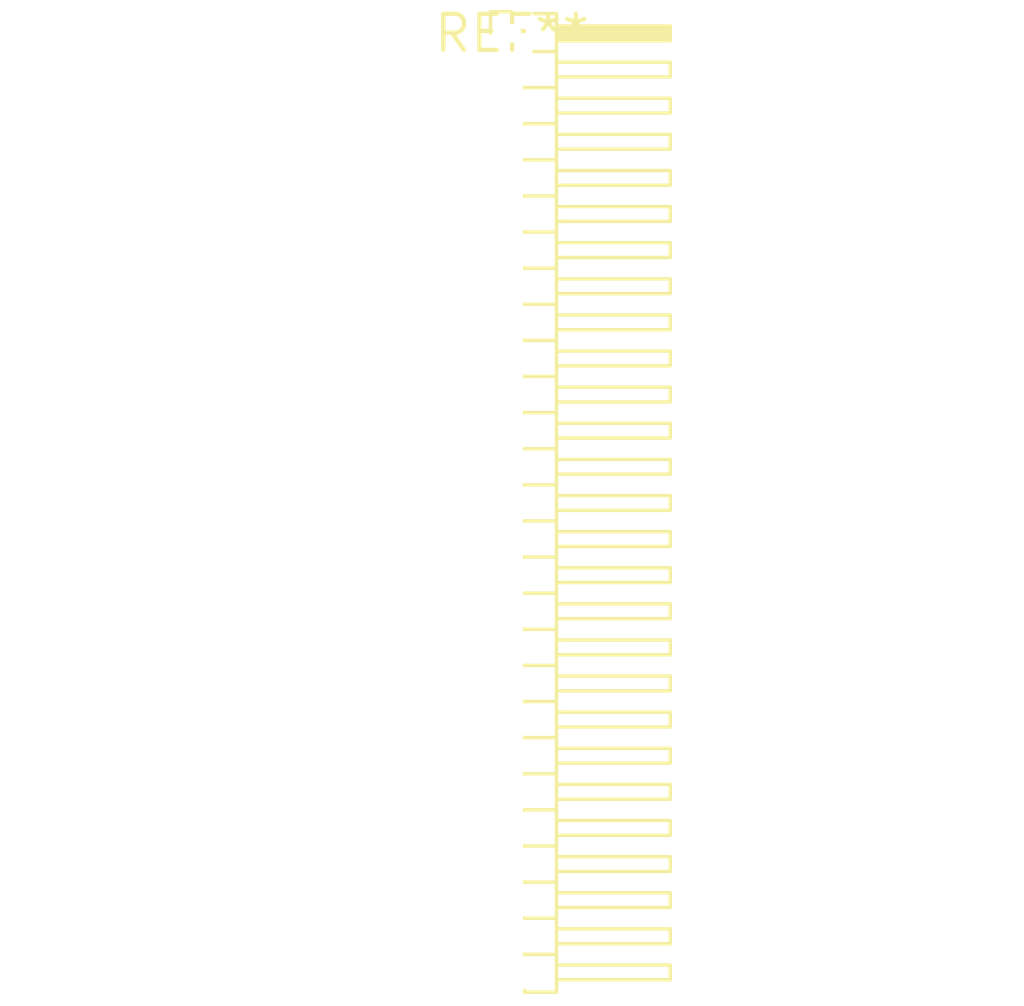
<source format=kicad_pcb>
(kicad_pcb (version 20240108) (generator pcbnew)
  (layers (0 "F.Cu" signal) (31 "B.Cu" signal) (34 "B.Paste" user) (35 "F.Paste" user) (36 "B.SilkS" user "B.Silkscreen") (37 "F.SilkS" user "F.Silkscreen") (38 "B.Mask" user) (39 "F.Mask" user) (44 "Edge.Cuts" user))
  (net 0 "")
  (footprint "PinHeader_1x27_P1.27mm_Horizontal" (layer "F.Cu") (at 0 0)
    (property "Reference" "REF**")
    (property "Value" "PinHeader_1x27_P1.27mm_Horizontal")
    (fp_line (start -0.76 -0.76) (end 0 -0.76) (layer "F.SilkS") (stroke (width 0.12)))
    (fp_line (start -0.76 0) (end -0.76 -0.76) (layer "F.SilkS") (stroke (width 0.12)))
    (fp_line (start 0.44 1.889677) (end 0.44 1.920323) (layer "F.SilkS") (stroke (width 0.12)))
    (fp_line (start 0.44 1.905) (end 1.56 1.905) (layer "F.SilkS") (stroke (width 0.12)))
    (fp_line (start 0.44 3.159677) (end 0.44 3.190323) (layer "F.SilkS") (stroke (width 0.12)))
    (fp_line (start 0.44 3.175) (end 1.56 3.175) (layer "F.SilkS") (stroke (width 0.12)))
    (fp_line (start 0.44 4.429677) (end 0.44 4.460323) (layer "F.SilkS") (stroke (width 0.12)))
    (fp_line (start 0.44 4.445) (end 1.56 4.445) (layer "F.SilkS") (stroke (width 0.12)))
    (fp_line (start 0.44 5.699677) (end 0.44 5.730323) (layer "F.SilkS") (stroke (width 0.12)))
    (fp_line (start 0.44 5.715) (end 1.56 5.715) (layer "F.SilkS") (stroke (width 0.12)))
    (fp_line (start 0.44 6.969677) (end 0.44 7.000323) (layer "F.SilkS") (stroke (width 0.12)))
    (fp_line (start 0.44 6.985) (end 1.56 6.985) (layer "F.SilkS") (stroke (width 0.12)))
    (fp_line (start 0.44 8.239677) (end 0.44 8.270323) (layer "F.SilkS") (stroke (width 0.12)))
    (fp_line (start 0.44 8.255) (end 1.56 8.255) (layer "F.SilkS") (stroke (width 0.12)))
    (fp_line (start 0.44 9.509677) (end 0.44 9.540323) (layer "F.SilkS") (stroke (width 0.12)))
    (fp_line (start 0.44 9.525) (end 1.56 9.525) (layer "F.SilkS") (stroke (width 0.12)))
    (fp_line (start 0.44 10.779677) (end 0.44 10.810323) (layer "F.SilkS") (stroke (width 0.12)))
    (fp_line (start 0.44 10.795) (end 1.56 10.795) (layer "F.SilkS") (stroke (width 0.12)))
    (fp_line (start 0.44 12.049677) (end 0.44 12.080323) (layer "F.SilkS") (stroke (width 0.12)))
    (fp_line (start 0.44 12.065) (end 1.56 12.065) (layer "F.SilkS") (stroke (width 0.12)))
    (fp_line (start 0.44 13.319677) (end 0.44 13.350323) (layer "F.SilkS") (stroke (width 0.12)))
    (fp_line (start 0.44 13.335) (end 1.56 13.335) (layer "F.SilkS") (stroke (width 0.12)))
    (fp_line (start 0.44 14.589677) (end 0.44 14.620323) (layer "F.SilkS") (stroke (width 0.12)))
    (fp_line (start 0.44 14.605) (end 1.56 14.605) (layer "F.SilkS") (stroke (width 0.12)))
    (fp_line (start 0.44 15.859677) (end 0.44 15.890323) (layer "F.SilkS") (stroke (width 0.12)))
    (fp_line (start 0.44 15.875) (end 1.56 15.875) (layer "F.SilkS") (stroke (width 0.12)))
    (fp_line (start 0.44 17.129677) (end 0.44 17.160323) (layer "F.SilkS") (stroke (width 0.12)))
    (fp_line (start 0.44 17.145) (end 1.56 17.145) (layer "F.SilkS") (stroke (width 0.12)))
    (fp_line (start 0.44 18.399677) (end 0.44 18.430323) (layer "F.SilkS") (stroke (width 0.12)))
    (fp_line (start 0.44 18.415) (end 1.56 18.415) (layer "F.SilkS") (stroke (width 0.12)))
    (fp_line (start 0.44 19.669677) (end 0.44 19.700323) (layer "F.SilkS") (stroke (width 0.12)))
    (fp_line (start 0.44 19.685) (end 1.56 19.685) (layer "F.SilkS") (stroke (width 0.12)))
    (fp_line (start 0.44 20.939677) (end 0.44 20.970323) (layer "F.SilkS") (stroke (width 0.12)))
    (fp_line (start 0.44 20.955) (end 1.56 20.955) (layer "F.SilkS") (stroke (width 0.12)))
    (fp_line (start 0.44 22.209677) (end 0.44 22.240323) (layer "F.SilkS") (stroke (width 0.12)))
    (fp_line (start 0.44 22.225) (end 1.56 22.225) (layer "F.SilkS") (stroke (width 0.12)))
    (fp_line (start 0.44 23.479677) (end 0.44 23.510323) (layer "F.SilkS") (stroke (width 0.12)))
    (fp_line (start 0.44 23.495) (end 1.56 23.495) (layer "F.SilkS") (stroke (width 0.12)))
    (fp_line (start 0.44 24.749677) (end 0.44 24.780323) (layer "F.SilkS") (stroke (width 0.12)))
    (fp_line (start 0.44 24.765) (end 1.56 24.765) (layer "F.SilkS") (stroke (width 0.12)))
    (fp_line (start 0.44 26.019677) (end 0.44 26.050323) (layer "F.SilkS") (stroke (width 0.12)))
    (fp_line (start 0.44 26.035) (end 1.56 26.035) (layer "F.SilkS") (stroke (width 0.12)))
    (fp_line (start 0.44 27.289677) (end 0.44 27.320323) (layer "F.SilkS") (stroke (width 0.12)))
    (fp_line (start 0.44 27.305) (end 1.56 27.305) (layer "F.SilkS") (stroke (width 0.12)))
    (fp_line (start 0.44 28.559677) (end 0.44 28.590323) (layer "F.SilkS") (stroke (width 0.12)))
    (fp_line (start 0.44 28.575) (end 1.56 28.575) (layer "F.SilkS") (stroke (width 0.12)))
    (fp_line (start 0.44 29.829677) (end 0.44 29.860323) (layer "F.SilkS") (stroke (width 0.12)))
    (fp_line (start 0.44 29.845) (end 1.56 29.845) (layer "F.SilkS") (stroke (width 0.12)))
    (fp_line (start 0.44 31.099677) (end 0.44 31.130323) (layer "F.SilkS") (stroke (width 0.12)))
    (fp_line (start 0.44 31.115) (end 1.56 31.115) (layer "F.SilkS") (stroke (width 0.12)))
    (fp_line (start 0.44 32.369677) (end 0.44 32.400323) (layer "F.SilkS") (stroke (width 0.12)))
    (fp_line (start 0.44 32.385) (end 1.56 32.385) (layer "F.SilkS") (stroke (width 0.12)))
    (fp_line (start 0.44 33.715) (end 0.44 33.639677) (layer "F.SilkS") (stroke (width 0.12)))
    (fp_line (start 0.76 -0.695) (end 1.56 -0.695) (layer "F.SilkS") (stroke (width 0.12)))
    (fp_line (start 0.76 0.635) (end 1.56 0.635) (layer "F.SilkS") (stroke (width 0.12)))
    (fp_line (start 1.56 -0.695) (end 1.56 33.715) (layer "F.SilkS") (stroke (width 0.12)))
    (fp_line (start 1.56 -0.26) (end 5.56 -0.26) (layer "F.SilkS") (stroke (width 0.12)))
    (fp_line (start 1.56 -0.2) (end 5.56 -0.2) (layer "F.SilkS") (stroke (width 0.12)))
    (fp_line (start 1.56 -0.08) (end 5.56 -0.08) (layer "F.SilkS") (stroke (width 0.12)))
    (fp_line (start 1.56 0.04) (end 5.56 0.04) (layer "F.SilkS") (stroke (width 0.12)))
    (fp_line (start 1.56 0.16) (end 5.56 0.16) (layer "F.SilkS") (stroke (width 0.12)))
    (fp_line (start 1.56 1.01) (end 5.56 1.01) (layer "F.SilkS") (stroke (width 0.12)))
    (fp_line (start 1.56 2.28) (end 5.56 2.28) (layer "F.SilkS") (stroke (width 0.12)))
    (fp_line (start 1.56 3.55) (end 5.56 3.55) (layer "F.SilkS") (stroke (width 0.12)))
    (fp_line (start 1.56 4.82) (end 5.56 4.82) (layer "F.SilkS") (stroke (width 0.12)))
    (fp_line (start 1.56 6.09) (end 5.56 6.09) (layer "F.SilkS") (stroke (width 0.12)))
    (fp_line (start 1.56 7.36) (end 5.56 7.36) (layer "F.SilkS") (stroke (width 0.12)))
    (fp_line (start 1.56 8.63) (end 5.56 8.63) (layer "F.SilkS") (stroke (width 0.12)))
    (fp_line (start 1.56 9.9) (end 5.56 9.9) (layer "F.SilkS") (stroke (width 0.12)))
    (fp_line (start 1.56 11.17) (end 5.56 11.17) (layer "F.SilkS") (stroke (width 0.12)))
    (fp_line (start 1.56 12.44) (end 5.56 12.44) (layer "F.SilkS") (stroke (width 0.12)))
    (fp_line (start 1.56 13.71) (end 5.56 13.71) (layer "F.SilkS") (stroke (width 0.12)))
    (fp_line (start 1.56 14.98) (end 5.56 14.98) (layer "F.SilkS") (stroke (width 0.12)))
    (fp_line (start 1.56 16.25) (end 5.56 16.25) (layer "F.SilkS") (stroke (width 0.12)))
    (fp_line (start 1.56 17.52) (end 5.56 17.52) (layer "F.SilkS") (stroke (width 0.12)))
    (fp_line (start 1.56 18.79) (end 5.56 18.79) (layer "F.SilkS") (stroke (width 0.12)))
    (fp_line (start 1.56 20.06) (end 5.56 20.06) (layer "F.SilkS") (stroke (width 0.12)))
    (fp_line (start 1.56 21.33) (end 5.56 21.33) (layer "F.SilkS") (stroke (width 0.12)))
    (fp_line (start 1.56 22.6) (end 5.56 22.6) (layer "F.SilkS") (stroke (width 0.12)))
    (fp_line (start 1.56 23.87) (end 5.56 23.87) (layer "F.SilkS") (stroke (width 0.12)))
    (fp_line (start 1.56 25.14) (end 5.56 25.14) (layer "F.SilkS") (stroke (width 0.12)))
    (fp_line (start 1.56 26.41) (end 5.56 26.41) (layer "F.SilkS") (stroke (width 0.12)))
    (fp_line (start 1.56 27.68) (end 5.56 27.68) (layer "F.SilkS") (stroke (width 0.12)))
    (fp_line (start 1.56 28.95) (end 5.56 28.95) (layer "F.SilkS") (stroke (width 0.12)))
    (fp_line (start 1.56 30.22) (end 5.56 30.22) (layer "F.SilkS") (stroke (width 0.12)))
    (fp_line (start 1.56 31.49) (end 5.56 31.49) (layer "F.SilkS") (stroke (width 0.12)))
    (fp_line (start 1.56 32.76) (end 5.56 32.76) (layer "F.SilkS") (stroke (width 0.12)))
    (fp_line (start 1.56 33.715) (end 0.44 33.715) (layer "F.SilkS") (stroke (width 0.12)))
    (fp_line (start 5.56 -0.26) (end 5.56 0.26) (layer "F.SilkS") (stroke (width 0.12)))
    (fp_line (start 5.56 0.26) (end 1.56 0.26) (layer "F.SilkS") (stroke (width 0.12)))
    (fp_line (start 5.56 1.01) (end 5.56 1.53) (layer "F.SilkS") (stroke (width 0.12)))
    (fp_line (start 5.56 1.53) (end 1.56 1.53) (layer "F.SilkS") (stroke (width 0.12)))
    (fp_line (start 5.56 2.28) (end 5.56 2.8) (layer "F.SilkS") (stroke (width 0.12)))
    (fp_line (start 5.56 2.8) (end 1.56 2.8) (layer "F.SilkS") (stroke (width 0.12)))
    (fp_line (start 5.56 3.55) (end 5.56 4.07) (layer "F.SilkS") (stroke (width 0.12)))
    (fp_line (start 5.56 4.07) (end 1.56 4.07) (layer "F.SilkS") (stroke (width 0.12)))
    (fp_line (start 5.56 4.82) (end 5.56 5.34) (layer "F.SilkS") (stroke (width 0.12)))
    (fp_line (start 5.56 5.34) (end 1.56 5.34) (layer "F.SilkS") (stroke (width 0.12)))
    (fp_line (start 5.56 6.09) (end 5.56 6.61) (layer "F.SilkS") (stroke (width 0.12)))
    (fp_line (start 5.56 6.61) (end 1.56 6.61) (layer "F.SilkS") (stroke (width 0.12)))
    (fp_line (start 5.56 7.36) (end 5.56 7.88) (layer "F.SilkS") (stroke (width 0.12)))
    (fp_line (start 5.56 7.88) (end 1.56 7.88) (layer "F.SilkS") (stroke (width 0.12)))
    (fp_line (start 5.56 8.63) (end 5.56 9.15) (layer "F.SilkS") (stroke (width 0.12)))
    (fp_line (start 5.56 9.15) (end 1.56 9.15) (layer "F.SilkS") (stroke (width 0.12)))
    (fp_line (start 5.56 9.9) (end 5.56 10.42) (layer "F.SilkS") (stroke (width 0.12)))
    (fp_line (start 5.56 10.42) (end 1.56 10.42) (layer "F.SilkS") (stroke (width 0.12)))
    (fp_line (start 5.56 11.17) (end 5.56 11.69) (layer "F.SilkS") (stroke (width 0.12)))
    (fp_line (start 5.56 11.69) (end 1.56 11.69) (layer "F.SilkS") (stroke (width 0.12)))
    (fp_line (start 5.56 12.44) (end 5.56 12.96) (layer "F.SilkS") (stroke (width 0.12)))
    (fp_line (start 5.56 12.96) (end 1.56 12.96) (layer "F.SilkS") (stroke (width 0.12)))
    (fp_line (start 5.56 13.71) (end 5.56 14.23) (layer "F.SilkS") (stroke (width 0.12)))
    (fp_line (start 5.56 14.23) (end 1.56 14.23) (layer "F.SilkS") (stroke (width 0.12)))
    (fp_line (start 5.56 14.98) (end 5.56 15.5) (layer "F.SilkS") (stroke (width 0.12)))
    (fp_line (start 5.56 15.5) (end 1.56 15.5) (layer "F.SilkS") (stroke (width 0.12)))
    (fp_line (start 5.56 16.25) (end 5.56 16.77) (layer "F.SilkS") (stroke (width 0.12)))
    (fp_line (start 5.56 16.77) (end 1.56 16.77) (layer "F.SilkS") (stroke (width 0.12)))
    (fp_line (start 5.56 17.52) (end 5.56 18.04) (layer "F.SilkS") (stroke (width 0.12)))
    (fp_line (start 5.56 18.04) (end 1.56 18.04) (layer "F.SilkS") (stroke (width 0.12)))
    (fp_line (start 5.56 18.79) (end 5.56 19.31) (layer "F.SilkS") (stroke (width 0.12)))
    (fp_line (start 5.56 19.31) (end 1.56 19.31) (layer "F.SilkS") (stroke (width 0.12)))
    (fp_line (start 5.56 20.06) (end 5.56 20.58) (layer "F.SilkS") (stroke (width 0.12)))
    (fp_line (start 5.56 20.58) (end 1.56 20.58) (layer "F.SilkS") (stroke (width 0.12)))
    (fp_line (start 5.56 21.33) (end 5.56 21.85) (layer "F.SilkS") (stroke (width 0.12)))
    (fp_line (start 5.56 21.85) (end 1.56 21.85) (layer "F.SilkS") (stroke (width 0.12)))
    (fp_line (start 5.56 22.6) (end 5.56 23.12) (layer "F.SilkS") (stroke (width 0.12)))
    (fp_line (start 5.56 23.12) (end 1.56 23.12) (layer "F.SilkS") (stroke (width 0.12)))
    (fp_line (start 5.56 23.87) (end 5.56 24.39) (layer "F.SilkS") (stroke (width 0.12)))
    (fp_line (start 5.56 24.39) (end 1.56 24.39) (layer "F.SilkS") (stroke (width 0.12)))
    (fp_line (start 5.56 25.14) (end 5.56 25.66) (layer "F.SilkS") (stroke (width 0.12)))
    (fp_line (start 5.56 25.66) (end 1.56 25.66) (layer "F.SilkS") (stroke (width 0.12)))
    (fp_line (start 5.56 26.41) (end 5.56 26.93) (layer "F.SilkS") (stroke (width 0.12)))
    (fp_line (start 5.56 26.93) (end 1.56 26.93) (layer "F.SilkS") (stroke (width 0.12)))
    (fp_line (start 5.56 27.68) (end 5.56 28.2) (layer "F.SilkS") (stroke (width 0.12)))
    (fp_line (start 5.56 28.2) (end 1.56 28.2) (layer "F.SilkS") (stroke (width 0.12)))
    (fp_line (start 5.56 28.95) (end 5.56 29.47) (layer "F.SilkS") (stroke (width 0.12)))
    (fp_line (start 5.56 29.47) (end 1.56 29.47) (layer "F.SilkS") (stroke (width 0.12)))
    (fp_line (start 5.56 30.22) (end 5.56 30.74) (layer "F.SilkS") (stroke (width 0.12)))
    (fp_line (start 5.56 30.74) (end 1.56 30.74) (layer "F.SilkS") (stroke (width 0.12)))
    (fp_line (start 5.56 31.49) (end 5.56 32.01) (layer "F.SilkS") (stroke (width 0.12)))
    (fp_line (start 5.56 32.01) (end 1.56 32.01) (layer "F.SilkS") (stroke (width 0.12)))
    (fp_line (start 5.56 32.76) (end 5.56 33.28) (layer "F.SilkS") (stroke (width 0.12)))
    (fp_line (start 5.56 33.28) (end 1.56 33.28) (layer "F.SilkS") (stroke (width 0.12)))
    (pad "1" thru_hole rect (at 0 0) (size 1 1) (drill 0.65) (layers *.Cu *.Mask) (remove_unused_layers))
    (pad "2" thru_hole oval (at 0 1.27) (size 1 1) (drill 0.65) (layers *.Cu *.Mask) (remove_unused_layers))
    (pad "3" thru_hole oval (at 0 2.54) (size 1 1) (drill 0.65) (layers *.Cu *.Mask) (remove_unused_layers))
    (pad "4" thru_hole oval (at 0 3.81) (size 1 1) (drill 0.65) (layers *.Cu *.Mask) (remove_unused_layers))
    (pad "5" thru_hole oval (at 0 5.08) (size 1 1) (drill 0.65) (layers *.Cu *.Mask) (remove_unused_layers))
    (pad "6" thru_hole oval (at 0 6.35) (size 1 1) (drill 0.65) (layers *.Cu *.Mask) (remove_unused_layers))
    (pad "7" thru_hole oval (at 0 7.62) (size 1 1) (drill 0.65) (layers *.Cu *.Mask) (remove_unused_layers))
    (pad "8" thru_hole oval (at 0 8.89) (size 1 1) (drill 0.65) (layers *.Cu *.Mask) (remove_unused_layers))
    (pad "9" thru_hole oval (at 0 10.16) (size 1 1) (drill 0.65) (layers *.Cu *.Mask) (remove_unused_layers))
    (pad "10" thru_hole oval (at 0 11.43) (size 1 1) (drill 0.65) (layers *.Cu *.Mask) (remove_unused_layers))
    (pad "11" thru_hole oval (at 0 12.7) (size 1 1) (drill 0.65) (layers *.Cu *.Mask) (remove_unused_layers))
    (pad "12" thru_hole oval (at 0 13.97) (size 1 1) (drill 0.65) (layers *.Cu *.Mask) (remove_unused_layers))
    (pad "13" thru_hole oval (at 0 15.24) (size 1 1) (drill 0.65) (layers *.Cu *.Mask) (remove_unused_layers))
    (pad "14" thru_hole oval (at 0 16.51) (size 1 1) (drill 0.65) (layers *.Cu *.Mask) (remove_unused_layers))
    (pad "15" thru_hole oval (at 0 17.78) (size 1 1) (drill 0.65) (layers *.Cu *.Mask) (remove_unused_layers))
    (pad "16" thru_hole oval (at 0 19.05) (size 1 1) (drill 0.65) (layers *.Cu *.Mask) (remove_unused_layers))
    (pad "17" thru_hole oval (at 0 20.32) (size 1 1) (drill 0.65) (layers *.Cu *.Mask) (remove_unused_layers))
    (pad "18" thru_hole oval (at 0 21.59) (size 1 1) (drill 0.65) (layers *.Cu *.Mask) (remove_unused_layers))
    (pad "19" thru_hole oval (at 0 22.86) (size 1 1) (drill 0.65) (layers *.Cu *.Mask) (remove_unused_layers))
    (pad "20" thru_hole oval (at 0 24.13) (size 1 1) (drill 0.65) (layers *.Cu *.Mask) (remove_unused_layers))
    (pad "21" thru_hole oval (at 0 25.4) (size 1 1) (drill 0.65) (layers *.Cu *.Mask) (remove_unused_layers))
    (pad "22" thru_hole oval (at 0 26.67) (size 1 1) (drill 0.65) (layers *.Cu *.Mask) (remove_unused_layers))
    (pad "23" thru_hole oval (at 0 27.94) (size 1 1) (drill 0.65) (layers *.Cu *.Mask) (remove_unused_layers))
    (pad "24" thru_hole oval (at 0 29.21) (size 1 1) (drill 0.65) (layers *.Cu *.Mask) (remove_unused_layers))
    (pad "25" thru_hole oval (at 0 30.48) (size 1 1) (drill 0.65) (layers *.Cu *.Mask) (remove_unused_layers))
    (pad "26" thru_hole oval (at 0 31.75) (size 1 1) (drill 0.65) (layers *.Cu *.Mask) (remove_unused_layers))
    (pad "27" thru_hole oval (at 0 33.02) (size 1 1) (drill 0.65) (layers *.Cu *.Mask) (remove_unused_layers))
  )
)
</source>
